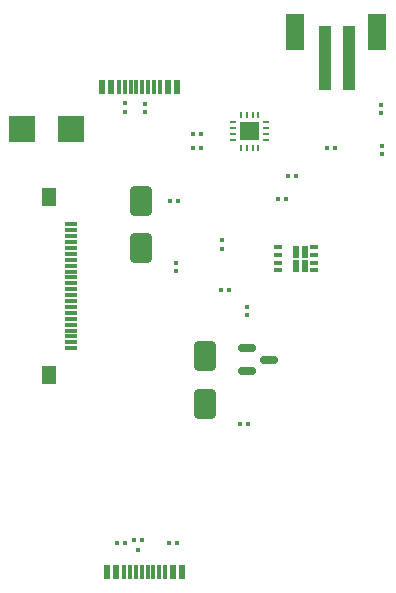
<source format=gbp>
%TF.GenerationSoftware,KiCad,Pcbnew,7.0.5*%
%TF.CreationDate,2023-07-07T08:41:41+03:00*%
%TF.ProjectId,carrier_board_v1,63617272-6965-4725-9f62-6f6172645f76,v01*%
%TF.SameCoordinates,Original*%
%TF.FileFunction,Paste,Bot*%
%TF.FilePolarity,Positive*%
%FSLAX46Y46*%
G04 Gerber Fmt 4.6, Leading zero omitted, Abs format (unit mm)*
G04 Created by KiCad (PCBNEW 7.0.5) date 2023-07-07 08:41:41*
%MOMM*%
%LPD*%
G01*
G04 APERTURE LIST*
G04 Aperture macros list*
%AMRoundRect*
0 Rectangle with rounded corners*
0 $1 Rounding radius*
0 $2 $3 $4 $5 $6 $7 $8 $9 X,Y pos of 4 corners*
0 Add a 4 corners polygon primitive as box body*
4,1,4,$2,$3,$4,$5,$6,$7,$8,$9,$2,$3,0*
0 Add four circle primitives for the rounded corners*
1,1,$1+$1,$2,$3*
1,1,$1+$1,$4,$5*
1,1,$1+$1,$6,$7*
1,1,$1+$1,$8,$9*
0 Add four rect primitives between the rounded corners*
20,1,$1+$1,$2,$3,$4,$5,0*
20,1,$1+$1,$4,$5,$6,$7,0*
20,1,$1+$1,$6,$7,$8,$9,0*
20,1,$1+$1,$8,$9,$2,$3,0*%
%AMOutline4P*
0 Free polygon, 4 corners , with rotation*
0 The origin of the aperture is its center*
0 number of corners: always 4*
0 $1 to $8 corner X, Y*
0 $9 Rotation angle, in degrees counterclockwise*
0 create outline with 4 corners*
4,1,4,$1,$2,$3,$4,$5,$6,$7,$8,$1,$2,$9*%
G04 Aperture macros list end*
%ADD10RoundRect,0.079500X0.100500X-0.079500X0.100500X0.079500X-0.100500X0.079500X-0.100500X-0.079500X0*%
%ADD11RoundRect,0.150000X-0.587500X-0.150000X0.587500X-0.150000X0.587500X0.150000X-0.587500X0.150000X0*%
%ADD12R,0.240000X0.599999*%
%ADD13R,0.599999X0.240000*%
%ADD14RoundRect,0.079500X-0.079500X-0.100500X0.079500X-0.100500X0.079500X0.100500X-0.079500X0.100500X0*%
%ADD15RoundRect,0.079500X0.079500X0.100500X-0.079500X0.100500X-0.079500X-0.100500X0.079500X-0.100500X0*%
%ADD16R,0.600000X1.150000*%
%ADD17R,0.300000X1.150000*%
%ADD18R,0.300000X0.300000*%
%ADD19R,2.209800X2.260600*%
%ADD20Outline4P,-0.800000X-1.500000X0.800000X-1.500000X0.800000X1.500000X-0.800000X1.500000X180.000000*%
%ADD21Outline4P,-0.500000X-2.750000X0.500000X-2.750000X0.500000X2.750000X-0.500000X2.750000X180.000000*%
%ADD22R,1.000000X0.300000*%
%ADD23R,1.300000X1.650000*%
%ADD24RoundRect,0.079500X-0.100500X0.079500X-0.100500X-0.079500X0.100500X-0.079500X0.100500X0.079500X0*%
%ADD25RoundRect,0.250000X0.650000X-1.000000X0.650000X1.000000X-0.650000X1.000000X-0.650000X-1.000000X0*%
%ADD26R,0.600000X1.000000*%
%ADD27R,0.700000X0.420000*%
G04 APERTURE END LIST*
%TO.C,U1*%
G36*
X148112570Y-88950894D02*
G01*
X148121295Y-88953541D01*
X148129334Y-88957836D01*
X148136380Y-88963619D01*
X148142164Y-88970665D01*
X148146459Y-88978704D01*
X148149106Y-88987429D01*
X148150000Y-88996500D01*
X148150000Y-90453499D01*
X148149106Y-90462570D01*
X148146459Y-90471295D01*
X148142164Y-90479334D01*
X148136380Y-90486380D01*
X148129334Y-90492163D01*
X148121295Y-90496458D01*
X148112570Y-90499105D01*
X148103500Y-90499999D01*
X146646500Y-90499999D01*
X146637430Y-90499105D01*
X146628705Y-90496458D01*
X146620666Y-90492163D01*
X146613620Y-90486380D01*
X146607836Y-90479334D01*
X146603541Y-90471295D01*
X146600894Y-90462570D01*
X146600000Y-90453499D01*
X146600000Y-88996500D01*
X146600894Y-88987429D01*
X146603541Y-88978704D01*
X146607836Y-88970665D01*
X146613620Y-88963619D01*
X146620666Y-88957836D01*
X146628705Y-88953541D01*
X146637430Y-88950894D01*
X146646500Y-88950000D01*
X148103500Y-88950000D01*
X148112570Y-88950894D01*
G37*
%TD*%
D10*
%TO.C,L1*%
X147130000Y-105305000D03*
X147130000Y-104615000D03*
%TD*%
%TO.C,R6*%
X136800000Y-88065000D03*
X136800000Y-87375000D03*
%TD*%
%TO.C,R2*%
X158525000Y-88200000D03*
X158525000Y-87510000D03*
%TD*%
D11*
%TO.C,U5*%
X147155000Y-110010000D03*
X147155000Y-108110000D03*
X149030000Y-109060000D03*
%TD*%
D10*
%TO.C,R1*%
X158550000Y-91650000D03*
X158550000Y-90960000D03*
%TD*%
%TO.C,R5*%
X141150000Y-101600000D03*
X141150000Y-100910000D03*
%TD*%
D12*
%TO.C,U1*%
X146625002Y-91124999D03*
X147125000Y-91124999D03*
X147625002Y-91124999D03*
X148125001Y-91124999D03*
D13*
X148775000Y-90475001D03*
X148775000Y-89975002D03*
X148775000Y-89475000D03*
X148775000Y-88975001D03*
D12*
X148125001Y-88325000D03*
X147625002Y-88325000D03*
X147125000Y-88325000D03*
X146625002Y-88325000D03*
D13*
X145975000Y-88975001D03*
X145975000Y-89475000D03*
X145975000Y-89975002D03*
X145975000Y-90475001D03*
%TD*%
D14*
%TO.C,C6*%
X153935000Y-91125000D03*
X154625000Y-91125000D03*
%TD*%
D15*
%TO.C,C3*%
X141325000Y-95625000D03*
X140635000Y-95625000D03*
%TD*%
D16*
%TO.C,J4*%
X141687500Y-127050000D03*
X140887500Y-127050000D03*
D17*
X139737500Y-127050000D03*
X138737500Y-127050000D03*
X138237500Y-127050000D03*
X137237500Y-127050000D03*
D16*
X135287500Y-127050000D03*
X136087500Y-127050000D03*
D17*
X136737500Y-127050000D03*
X137737500Y-127050000D03*
X139237500Y-127050000D03*
X140237500Y-127050000D03*
%TD*%
D18*
%TO.C,U3*%
X137600000Y-124300000D03*
X138300000Y-124300000D03*
X137950000Y-125150000D03*
%TD*%
D15*
%TO.C,R3*%
X141215000Y-124600000D03*
X140525000Y-124600000D03*
%TD*%
%TO.C,C1*%
X147215000Y-114525000D03*
X146525000Y-114525000D03*
%TD*%
%TO.C,C8*%
X145645000Y-103185000D03*
X144955000Y-103185000D03*
%TD*%
D16*
%TO.C,J6*%
X134850000Y-86005000D03*
X135650000Y-86005000D03*
D17*
X136800000Y-86005000D03*
X137800000Y-86005000D03*
X138300000Y-86005000D03*
X139300000Y-86005000D03*
D16*
X141250000Y-86005000D03*
X140450000Y-86005000D03*
D17*
X139800000Y-86005000D03*
X138800000Y-86005000D03*
X137300000Y-86005000D03*
X136300000Y-86005000D03*
%TD*%
D19*
%TO.C,CR1*%
X132239400Y-89575000D03*
X128150000Y-89575000D03*
%TD*%
D14*
%TO.C,L2*%
X150642500Y-93510000D03*
X151332500Y-93510000D03*
%TD*%
D10*
%TO.C,R9*%
X138525000Y-88075000D03*
X138525000Y-87385000D03*
%TD*%
D15*
%TO.C,C5*%
X143300000Y-91150000D03*
X142610000Y-91150000D03*
%TD*%
D20*
%TO.C,J1*%
X158200000Y-81300000D03*
X151200000Y-81300000D03*
D21*
X155800000Y-83550000D03*
X153800000Y-83550000D03*
%TD*%
D22*
%TO.C,J3*%
X132252800Y-108102250D03*
X132252800Y-107602250D03*
X132252800Y-107102250D03*
X132252800Y-106602250D03*
X132252800Y-106102250D03*
X132252800Y-105602250D03*
X132252800Y-105102250D03*
X132252800Y-104602250D03*
X132252800Y-104102250D03*
X132252800Y-103602250D03*
X132252800Y-103102250D03*
X132252800Y-102602250D03*
X132252800Y-102102250D03*
X132252800Y-101602250D03*
X132252800Y-101102250D03*
X132252800Y-100602250D03*
X132252800Y-100102250D03*
X132252800Y-99602250D03*
X132252800Y-99102250D03*
X132252800Y-98602250D03*
X132252800Y-98102250D03*
X132252800Y-97602250D03*
D23*
X130352800Y-110377250D03*
X130352800Y-95327250D03*
%TD*%
D14*
%TO.C,C4*%
X149792500Y-95435000D03*
X150482500Y-95435000D03*
%TD*%
D24*
%TO.C,C2*%
X145050000Y-98975000D03*
X145050000Y-99665000D03*
%TD*%
D14*
%TO.C,R4*%
X136135000Y-124625000D03*
X136825000Y-124625000D03*
%TD*%
D25*
%TO.C,D2*%
X143605000Y-112785000D03*
X143605000Y-108785000D03*
%TD*%
D26*
%TO.C,Q1*%
X151325000Y-99970000D03*
X151325000Y-101100000D03*
X152035000Y-99970000D03*
X152035000Y-101100000D03*
D27*
X152805000Y-99560000D03*
X152805000Y-100210000D03*
X152805000Y-100860000D03*
X152805000Y-101510000D03*
X149805000Y-101510000D03*
X149805000Y-100860000D03*
X149805000Y-100210000D03*
X149805000Y-99560000D03*
%TD*%
D25*
%TO.C,D1*%
X138175000Y-99600000D03*
X138175000Y-95600000D03*
%TD*%
D14*
%TO.C,R10*%
X142585000Y-89975000D03*
X143275000Y-89975000D03*
%TD*%
M02*

</source>
